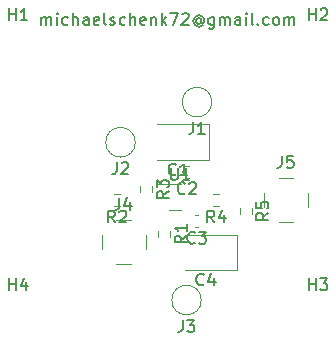
<source format=gbr>
G04 #@! TF.GenerationSoftware,KiCad,Pcbnew,(5.1.9-0-10_14)*
G04 #@! TF.CreationDate,2021-04-04T17:46:36+02:00*
G04 #@! TF.ProjectId,wson8,77736f6e-382e-46b6-9963-61645f706362,rev?*
G04 #@! TF.SameCoordinates,Original*
G04 #@! TF.FileFunction,Legend,Top*
G04 #@! TF.FilePolarity,Positive*
%FSLAX46Y46*%
G04 Gerber Fmt 4.6, Leading zero omitted, Abs format (unit mm)*
G04 Created by KiCad (PCBNEW (5.1.9-0-10_14)) date 2021-04-04 17:46:36*
%MOMM*%
%LPD*%
G01*
G04 APERTURE LIST*
%ADD10C,0.150000*%
%ADD11C,0.120000*%
G04 APERTURE END LIST*
D10*
X97235714Y-90622380D02*
X97235714Y-89955714D01*
X97235714Y-90050952D02*
X97283333Y-90003333D01*
X97378571Y-89955714D01*
X97521428Y-89955714D01*
X97616666Y-90003333D01*
X97664285Y-90098571D01*
X97664285Y-90622380D01*
X97664285Y-90098571D02*
X97711904Y-90003333D01*
X97807142Y-89955714D01*
X97950000Y-89955714D01*
X98045238Y-90003333D01*
X98092857Y-90098571D01*
X98092857Y-90622380D01*
X98569047Y-90622380D02*
X98569047Y-89955714D01*
X98569047Y-89622380D02*
X98521428Y-89670000D01*
X98569047Y-89717619D01*
X98616666Y-89670000D01*
X98569047Y-89622380D01*
X98569047Y-89717619D01*
X99473809Y-90574761D02*
X99378571Y-90622380D01*
X99188095Y-90622380D01*
X99092857Y-90574761D01*
X99045238Y-90527142D01*
X98997619Y-90431904D01*
X98997619Y-90146190D01*
X99045238Y-90050952D01*
X99092857Y-90003333D01*
X99188095Y-89955714D01*
X99378571Y-89955714D01*
X99473809Y-90003333D01*
X99902380Y-90622380D02*
X99902380Y-89622380D01*
X100330952Y-90622380D02*
X100330952Y-90098571D01*
X100283333Y-90003333D01*
X100188095Y-89955714D01*
X100045238Y-89955714D01*
X99950000Y-90003333D01*
X99902380Y-90050952D01*
X101235714Y-90622380D02*
X101235714Y-90098571D01*
X101188095Y-90003333D01*
X101092857Y-89955714D01*
X100902380Y-89955714D01*
X100807142Y-90003333D01*
X101235714Y-90574761D02*
X101140476Y-90622380D01*
X100902380Y-90622380D01*
X100807142Y-90574761D01*
X100759523Y-90479523D01*
X100759523Y-90384285D01*
X100807142Y-90289047D01*
X100902380Y-90241428D01*
X101140476Y-90241428D01*
X101235714Y-90193809D01*
X102092857Y-90574761D02*
X101997619Y-90622380D01*
X101807142Y-90622380D01*
X101711904Y-90574761D01*
X101664285Y-90479523D01*
X101664285Y-90098571D01*
X101711904Y-90003333D01*
X101807142Y-89955714D01*
X101997619Y-89955714D01*
X102092857Y-90003333D01*
X102140476Y-90098571D01*
X102140476Y-90193809D01*
X101664285Y-90289047D01*
X102711904Y-90622380D02*
X102616666Y-90574761D01*
X102569047Y-90479523D01*
X102569047Y-89622380D01*
X103045238Y-90574761D02*
X103140476Y-90622380D01*
X103330952Y-90622380D01*
X103426190Y-90574761D01*
X103473809Y-90479523D01*
X103473809Y-90431904D01*
X103426190Y-90336666D01*
X103330952Y-90289047D01*
X103188095Y-90289047D01*
X103092857Y-90241428D01*
X103045238Y-90146190D01*
X103045238Y-90098571D01*
X103092857Y-90003333D01*
X103188095Y-89955714D01*
X103330952Y-89955714D01*
X103426190Y-90003333D01*
X104330952Y-90574761D02*
X104235714Y-90622380D01*
X104045238Y-90622380D01*
X103950000Y-90574761D01*
X103902380Y-90527142D01*
X103854761Y-90431904D01*
X103854761Y-90146190D01*
X103902380Y-90050952D01*
X103950000Y-90003333D01*
X104045238Y-89955714D01*
X104235714Y-89955714D01*
X104330952Y-90003333D01*
X104759523Y-90622380D02*
X104759523Y-89622380D01*
X105188095Y-90622380D02*
X105188095Y-90098571D01*
X105140476Y-90003333D01*
X105045238Y-89955714D01*
X104902380Y-89955714D01*
X104807142Y-90003333D01*
X104759523Y-90050952D01*
X106045238Y-90574761D02*
X105950000Y-90622380D01*
X105759523Y-90622380D01*
X105664285Y-90574761D01*
X105616666Y-90479523D01*
X105616666Y-90098571D01*
X105664285Y-90003333D01*
X105759523Y-89955714D01*
X105950000Y-89955714D01*
X106045238Y-90003333D01*
X106092857Y-90098571D01*
X106092857Y-90193809D01*
X105616666Y-90289047D01*
X106521428Y-89955714D02*
X106521428Y-90622380D01*
X106521428Y-90050952D02*
X106569047Y-90003333D01*
X106664285Y-89955714D01*
X106807142Y-89955714D01*
X106902380Y-90003333D01*
X106950000Y-90098571D01*
X106950000Y-90622380D01*
X107426190Y-90622380D02*
X107426190Y-89622380D01*
X107521428Y-90241428D02*
X107807142Y-90622380D01*
X107807142Y-89955714D02*
X107426190Y-90336666D01*
X108140476Y-89622380D02*
X108807142Y-89622380D01*
X108378571Y-90622380D01*
X109140476Y-89717619D02*
X109188095Y-89670000D01*
X109283333Y-89622380D01*
X109521428Y-89622380D01*
X109616666Y-89670000D01*
X109664285Y-89717619D01*
X109711904Y-89812857D01*
X109711904Y-89908095D01*
X109664285Y-90050952D01*
X109092857Y-90622380D01*
X109711904Y-90622380D01*
X110759523Y-90146190D02*
X110711904Y-90098571D01*
X110616666Y-90050952D01*
X110521428Y-90050952D01*
X110426190Y-90098571D01*
X110378571Y-90146190D01*
X110330952Y-90241428D01*
X110330952Y-90336666D01*
X110378571Y-90431904D01*
X110426190Y-90479523D01*
X110521428Y-90527142D01*
X110616666Y-90527142D01*
X110711904Y-90479523D01*
X110759523Y-90431904D01*
X110759523Y-90050952D02*
X110759523Y-90431904D01*
X110807142Y-90479523D01*
X110854761Y-90479523D01*
X110950000Y-90431904D01*
X110997619Y-90336666D01*
X110997619Y-90098571D01*
X110902380Y-89955714D01*
X110759523Y-89860476D01*
X110569047Y-89812857D01*
X110378571Y-89860476D01*
X110235714Y-89955714D01*
X110140476Y-90098571D01*
X110092857Y-90289047D01*
X110140476Y-90479523D01*
X110235714Y-90622380D01*
X110378571Y-90717619D01*
X110569047Y-90765238D01*
X110759523Y-90717619D01*
X110902380Y-90622380D01*
X111854761Y-89955714D02*
X111854761Y-90765238D01*
X111807142Y-90860476D01*
X111759523Y-90908095D01*
X111664285Y-90955714D01*
X111521428Y-90955714D01*
X111426190Y-90908095D01*
X111854761Y-90574761D02*
X111759523Y-90622380D01*
X111569047Y-90622380D01*
X111473809Y-90574761D01*
X111426190Y-90527142D01*
X111378571Y-90431904D01*
X111378571Y-90146190D01*
X111426190Y-90050952D01*
X111473809Y-90003333D01*
X111569047Y-89955714D01*
X111759523Y-89955714D01*
X111854761Y-90003333D01*
X112330952Y-90622380D02*
X112330952Y-89955714D01*
X112330952Y-90050952D02*
X112378571Y-90003333D01*
X112473809Y-89955714D01*
X112616666Y-89955714D01*
X112711904Y-90003333D01*
X112759523Y-90098571D01*
X112759523Y-90622380D01*
X112759523Y-90098571D02*
X112807142Y-90003333D01*
X112902380Y-89955714D01*
X113045238Y-89955714D01*
X113140476Y-90003333D01*
X113188095Y-90098571D01*
X113188095Y-90622380D01*
X114092857Y-90622380D02*
X114092857Y-90098571D01*
X114045238Y-90003333D01*
X113950000Y-89955714D01*
X113759523Y-89955714D01*
X113664285Y-90003333D01*
X114092857Y-90574761D02*
X113997619Y-90622380D01*
X113759523Y-90622380D01*
X113664285Y-90574761D01*
X113616666Y-90479523D01*
X113616666Y-90384285D01*
X113664285Y-90289047D01*
X113759523Y-90241428D01*
X113997619Y-90241428D01*
X114092857Y-90193809D01*
X114569047Y-90622380D02*
X114569047Y-89955714D01*
X114569047Y-89622380D02*
X114521428Y-89670000D01*
X114569047Y-89717619D01*
X114616666Y-89670000D01*
X114569047Y-89622380D01*
X114569047Y-89717619D01*
X115188095Y-90622380D02*
X115092857Y-90574761D01*
X115045238Y-90479523D01*
X115045238Y-89622380D01*
X115569047Y-90527142D02*
X115616666Y-90574761D01*
X115569047Y-90622380D01*
X115521428Y-90574761D01*
X115569047Y-90527142D01*
X115569047Y-90622380D01*
X116473809Y-90574761D02*
X116378571Y-90622380D01*
X116188095Y-90622380D01*
X116092857Y-90574761D01*
X116045238Y-90527142D01*
X115997619Y-90431904D01*
X115997619Y-90146190D01*
X116045238Y-90050952D01*
X116092857Y-90003333D01*
X116188095Y-89955714D01*
X116378571Y-89955714D01*
X116473809Y-90003333D01*
X117045238Y-90622380D02*
X116950000Y-90574761D01*
X116902380Y-90527142D01*
X116854761Y-90431904D01*
X116854761Y-90146190D01*
X116902380Y-90050952D01*
X116950000Y-90003333D01*
X117045238Y-89955714D01*
X117188095Y-89955714D01*
X117283333Y-90003333D01*
X117330952Y-90050952D01*
X117378571Y-90146190D01*
X117378571Y-90431904D01*
X117330952Y-90527142D01*
X117283333Y-90574761D01*
X117188095Y-90622380D01*
X117045238Y-90622380D01*
X117807142Y-90622380D02*
X117807142Y-89955714D01*
X117807142Y-90050952D02*
X117854761Y-90003333D01*
X117950000Y-89955714D01*
X118092857Y-89955714D01*
X118188095Y-90003333D01*
X118235714Y-90098571D01*
X118235714Y-90622380D01*
X118235714Y-90098571D02*
X118283333Y-90003333D01*
X118378571Y-89955714D01*
X118521428Y-89955714D01*
X118616666Y-90003333D01*
X118664285Y-90098571D01*
X118664285Y-90622380D01*
D11*
X115076500Y-106118576D02*
X115076500Y-106628024D01*
X114031500Y-106118576D02*
X114031500Y-106628024D01*
X112292224Y-105983300D02*
X111782776Y-105983300D01*
X112292224Y-104938300D02*
X111782776Y-104938300D01*
X106643700Y-104293576D02*
X106643700Y-104803024D01*
X105598700Y-104293576D02*
X105598700Y-104803024D01*
X103888624Y-105983300D02*
X103379176Y-105983300D01*
X103888624Y-104938300D02*
X103379176Y-104938300D01*
X108167700Y-108048976D02*
X108167700Y-108558424D01*
X107122700Y-108048976D02*
X107122700Y-108558424D01*
X119827600Y-106080800D02*
X119827600Y-104840800D01*
X116087600Y-106080800D02*
X116087600Y-104840800D01*
X118577600Y-103590800D02*
X117337600Y-103590800D01*
X118577600Y-107330800D02*
X117337600Y-107330800D01*
X106086200Y-109636800D02*
X106086200Y-108396800D01*
X102346200Y-109636800D02*
X102346200Y-108396800D01*
X104836200Y-107146800D02*
X103596200Y-107146800D01*
X104836200Y-110886800D02*
X103596200Y-110886800D01*
X110775800Y-113919000D02*
G75*
G03*
X110775800Y-113919000I-1251000J0D01*
G01*
X105187800Y-100558600D02*
G75*
G03*
X105187800Y-100558600I-1251000J0D01*
G01*
X111664800Y-97155000D02*
G75*
G03*
X111664800Y-97155000I-1251000J0D01*
G01*
X109401000Y-111390400D02*
X113786000Y-111390400D01*
X113786000Y-111390400D02*
X113786000Y-108370400D01*
X113786000Y-108370400D02*
X109401000Y-108370400D01*
X110533567Y-107774200D02*
X110241033Y-107774200D01*
X110533567Y-106754200D02*
X110241033Y-106754200D01*
X109695367Y-103583200D02*
X109402833Y-103583200D01*
X109695367Y-102563200D02*
X109402833Y-102563200D01*
X107038800Y-102068600D02*
X111423800Y-102068600D01*
X111423800Y-102068600D02*
X111423800Y-99048600D01*
X111423800Y-99048600D02*
X107038800Y-99048600D01*
X107085000Y-104086800D02*
X109085000Y-104086800D01*
X109085000Y-106326800D02*
X108085000Y-106326800D01*
D10*
X116436380Y-106539966D02*
X115960190Y-106873300D01*
X116436380Y-107111395D02*
X115436380Y-107111395D01*
X115436380Y-106730442D01*
X115484000Y-106635204D01*
X115531619Y-106587585D01*
X115626857Y-106539966D01*
X115769714Y-106539966D01*
X115864952Y-106587585D01*
X115912571Y-106635204D01*
X115960190Y-106730442D01*
X115960190Y-107111395D01*
X115436380Y-105635204D02*
X115436380Y-106111395D01*
X115912571Y-106159014D01*
X115864952Y-106111395D01*
X115817333Y-106016157D01*
X115817333Y-105778061D01*
X115864952Y-105682823D01*
X115912571Y-105635204D01*
X116007809Y-105587585D01*
X116245904Y-105587585D01*
X116341142Y-105635204D01*
X116388761Y-105682823D01*
X116436380Y-105778061D01*
X116436380Y-106016157D01*
X116388761Y-106111395D01*
X116341142Y-106159014D01*
X111870833Y-107343180D02*
X111537500Y-106866990D01*
X111299404Y-107343180D02*
X111299404Y-106343180D01*
X111680357Y-106343180D01*
X111775595Y-106390800D01*
X111823214Y-106438419D01*
X111870833Y-106533657D01*
X111870833Y-106676514D01*
X111823214Y-106771752D01*
X111775595Y-106819371D01*
X111680357Y-106866990D01*
X111299404Y-106866990D01*
X112727976Y-106676514D02*
X112727976Y-107343180D01*
X112489880Y-106295561D02*
X112251785Y-107009847D01*
X112870833Y-107009847D01*
X108003580Y-104714966D02*
X107527390Y-105048300D01*
X108003580Y-105286395D02*
X107003580Y-105286395D01*
X107003580Y-104905442D01*
X107051200Y-104810204D01*
X107098819Y-104762585D01*
X107194057Y-104714966D01*
X107336914Y-104714966D01*
X107432152Y-104762585D01*
X107479771Y-104810204D01*
X107527390Y-104905442D01*
X107527390Y-105286395D01*
X107003580Y-104381633D02*
X107003580Y-103762585D01*
X107384533Y-104095919D01*
X107384533Y-103953061D01*
X107432152Y-103857823D01*
X107479771Y-103810204D01*
X107575009Y-103762585D01*
X107813104Y-103762585D01*
X107908342Y-103810204D01*
X107955961Y-103857823D01*
X108003580Y-103953061D01*
X108003580Y-104238776D01*
X107955961Y-104334014D01*
X107908342Y-104381633D01*
X103467233Y-107343180D02*
X103133900Y-106866990D01*
X102895804Y-107343180D02*
X102895804Y-106343180D01*
X103276757Y-106343180D01*
X103371995Y-106390800D01*
X103419614Y-106438419D01*
X103467233Y-106533657D01*
X103467233Y-106676514D01*
X103419614Y-106771752D01*
X103371995Y-106819371D01*
X103276757Y-106866990D01*
X102895804Y-106866990D01*
X103848185Y-106438419D02*
X103895804Y-106390800D01*
X103991042Y-106343180D01*
X104229138Y-106343180D01*
X104324376Y-106390800D01*
X104371995Y-106438419D01*
X104419614Y-106533657D01*
X104419614Y-106628895D01*
X104371995Y-106771752D01*
X103800566Y-107343180D01*
X104419614Y-107343180D01*
X109527580Y-108470366D02*
X109051390Y-108803700D01*
X109527580Y-109041795D02*
X108527580Y-109041795D01*
X108527580Y-108660842D01*
X108575200Y-108565604D01*
X108622819Y-108517985D01*
X108718057Y-108470366D01*
X108860914Y-108470366D01*
X108956152Y-108517985D01*
X109003771Y-108565604D01*
X109051390Y-108660842D01*
X109051390Y-109041795D01*
X109527580Y-107517985D02*
X109527580Y-108089414D01*
X109527580Y-107803700D02*
X108527580Y-107803700D01*
X108670438Y-107898938D01*
X108765676Y-107994176D01*
X108813295Y-108089414D01*
X117584266Y-101713180D02*
X117584266Y-102427466D01*
X117536647Y-102570323D01*
X117441409Y-102665561D01*
X117298552Y-102713180D01*
X117203314Y-102713180D01*
X118536647Y-101713180D02*
X118060457Y-101713180D01*
X118012838Y-102189371D01*
X118060457Y-102141752D01*
X118155695Y-102094133D01*
X118393790Y-102094133D01*
X118489028Y-102141752D01*
X118536647Y-102189371D01*
X118584266Y-102284609D01*
X118584266Y-102522704D01*
X118536647Y-102617942D01*
X118489028Y-102665561D01*
X118393790Y-102713180D01*
X118155695Y-102713180D01*
X118060457Y-102665561D01*
X118012838Y-102617942D01*
X103842866Y-105269180D02*
X103842866Y-105983466D01*
X103795247Y-106126323D01*
X103700009Y-106221561D01*
X103557152Y-106269180D01*
X103461914Y-106269180D01*
X104747628Y-105602514D02*
X104747628Y-106269180D01*
X104509533Y-105221561D02*
X104271438Y-105935847D01*
X104890485Y-105935847D01*
X109191466Y-115621380D02*
X109191466Y-116335666D01*
X109143847Y-116478523D01*
X109048609Y-116573761D01*
X108905752Y-116621380D01*
X108810514Y-116621380D01*
X109572419Y-115621380D02*
X110191466Y-115621380D01*
X109858133Y-116002333D01*
X110000990Y-116002333D01*
X110096228Y-116049952D01*
X110143847Y-116097571D01*
X110191466Y-116192809D01*
X110191466Y-116430904D01*
X110143847Y-116526142D01*
X110096228Y-116573761D01*
X110000990Y-116621380D01*
X109715276Y-116621380D01*
X109620038Y-116573761D01*
X109572419Y-116526142D01*
X103603466Y-102260980D02*
X103603466Y-102975266D01*
X103555847Y-103118123D01*
X103460609Y-103213361D01*
X103317752Y-103260980D01*
X103222514Y-103260980D01*
X104032038Y-102356219D02*
X104079657Y-102308600D01*
X104174895Y-102260980D01*
X104412990Y-102260980D01*
X104508228Y-102308600D01*
X104555847Y-102356219D01*
X104603466Y-102451457D01*
X104603466Y-102546695D01*
X104555847Y-102689552D01*
X103984419Y-103260980D01*
X104603466Y-103260980D01*
X110080466Y-98857380D02*
X110080466Y-99571666D01*
X110032847Y-99714523D01*
X109937609Y-99809761D01*
X109794752Y-99857380D01*
X109699514Y-99857380D01*
X111080466Y-99857380D02*
X110509038Y-99857380D01*
X110794752Y-99857380D02*
X110794752Y-98857380D01*
X110699514Y-99000238D01*
X110604276Y-99095476D01*
X110509038Y-99143095D01*
X94488095Y-113092380D02*
X94488095Y-112092380D01*
X94488095Y-112568571D02*
X95059523Y-112568571D01*
X95059523Y-113092380D02*
X95059523Y-112092380D01*
X95964285Y-112425714D02*
X95964285Y-113092380D01*
X95726190Y-112044761D02*
X95488095Y-112759047D01*
X96107142Y-112759047D01*
X119888095Y-113092380D02*
X119888095Y-112092380D01*
X119888095Y-112568571D02*
X120459523Y-112568571D01*
X120459523Y-113092380D02*
X120459523Y-112092380D01*
X120840476Y-112092380D02*
X121459523Y-112092380D01*
X121126190Y-112473333D01*
X121269047Y-112473333D01*
X121364285Y-112520952D01*
X121411904Y-112568571D01*
X121459523Y-112663809D01*
X121459523Y-112901904D01*
X121411904Y-112997142D01*
X121364285Y-113044761D01*
X121269047Y-113092380D01*
X120983333Y-113092380D01*
X120888095Y-113044761D01*
X120840476Y-112997142D01*
X119888095Y-90232380D02*
X119888095Y-89232380D01*
X119888095Y-89708571D02*
X120459523Y-89708571D01*
X120459523Y-90232380D02*
X120459523Y-89232380D01*
X120888095Y-89327619D02*
X120935714Y-89280000D01*
X121030952Y-89232380D01*
X121269047Y-89232380D01*
X121364285Y-89280000D01*
X121411904Y-89327619D01*
X121459523Y-89422857D01*
X121459523Y-89518095D01*
X121411904Y-89660952D01*
X120840476Y-90232380D01*
X121459523Y-90232380D01*
X94488095Y-90232380D02*
X94488095Y-89232380D01*
X94488095Y-89708571D02*
X95059523Y-89708571D01*
X95059523Y-90232380D02*
X95059523Y-89232380D01*
X96059523Y-90232380D02*
X95488095Y-90232380D01*
X95773809Y-90232380D02*
X95773809Y-89232380D01*
X95678571Y-89375238D01*
X95583333Y-89470476D01*
X95488095Y-89518095D01*
X110984333Y-112587542D02*
X110936714Y-112635161D01*
X110793857Y-112682780D01*
X110698619Y-112682780D01*
X110555761Y-112635161D01*
X110460523Y-112539923D01*
X110412904Y-112444685D01*
X110365285Y-112254209D01*
X110365285Y-112111352D01*
X110412904Y-111920876D01*
X110460523Y-111825638D01*
X110555761Y-111730400D01*
X110698619Y-111682780D01*
X110793857Y-111682780D01*
X110936714Y-111730400D01*
X110984333Y-111778019D01*
X111841476Y-112016114D02*
X111841476Y-112682780D01*
X111603380Y-111635161D02*
X111365285Y-112349447D01*
X111984333Y-112349447D01*
X110220633Y-109051342D02*
X110173014Y-109098961D01*
X110030157Y-109146580D01*
X109934919Y-109146580D01*
X109792061Y-109098961D01*
X109696823Y-109003723D01*
X109649204Y-108908485D01*
X109601585Y-108718009D01*
X109601585Y-108575152D01*
X109649204Y-108384676D01*
X109696823Y-108289438D01*
X109792061Y-108194200D01*
X109934919Y-108146580D01*
X110030157Y-108146580D01*
X110173014Y-108194200D01*
X110220633Y-108241819D01*
X110553966Y-108146580D02*
X111173014Y-108146580D01*
X110839680Y-108527533D01*
X110982538Y-108527533D01*
X111077776Y-108575152D01*
X111125395Y-108622771D01*
X111173014Y-108718009D01*
X111173014Y-108956104D01*
X111125395Y-109051342D01*
X111077776Y-109098961D01*
X110982538Y-109146580D01*
X110696823Y-109146580D01*
X110601585Y-109098961D01*
X110553966Y-109051342D01*
X109382433Y-104860342D02*
X109334814Y-104907961D01*
X109191957Y-104955580D01*
X109096719Y-104955580D01*
X108953861Y-104907961D01*
X108858623Y-104812723D01*
X108811004Y-104717485D01*
X108763385Y-104527009D01*
X108763385Y-104384152D01*
X108811004Y-104193676D01*
X108858623Y-104098438D01*
X108953861Y-104003200D01*
X109096719Y-103955580D01*
X109191957Y-103955580D01*
X109334814Y-104003200D01*
X109382433Y-104050819D01*
X109763385Y-104050819D02*
X109811004Y-104003200D01*
X109906242Y-103955580D01*
X110144338Y-103955580D01*
X110239576Y-104003200D01*
X110287195Y-104050819D01*
X110334814Y-104146057D01*
X110334814Y-104241295D01*
X110287195Y-104384152D01*
X109715766Y-104955580D01*
X110334814Y-104955580D01*
X108622133Y-103265742D02*
X108574514Y-103313361D01*
X108431657Y-103360980D01*
X108336419Y-103360980D01*
X108193561Y-103313361D01*
X108098323Y-103218123D01*
X108050704Y-103122885D01*
X108003085Y-102932409D01*
X108003085Y-102789552D01*
X108050704Y-102599076D01*
X108098323Y-102503838D01*
X108193561Y-102408600D01*
X108336419Y-102360980D01*
X108431657Y-102360980D01*
X108574514Y-102408600D01*
X108622133Y-102456219D01*
X109574514Y-103360980D02*
X109003085Y-103360980D01*
X109288800Y-103360980D02*
X109288800Y-102360980D01*
X109193561Y-102503838D01*
X109098323Y-102599076D01*
X109003085Y-102646695D01*
X108203095Y-102759180D02*
X108203095Y-103568704D01*
X108250714Y-103663942D01*
X108298333Y-103711561D01*
X108393571Y-103759180D01*
X108584047Y-103759180D01*
X108679285Y-103711561D01*
X108726904Y-103663942D01*
X108774523Y-103568704D01*
X108774523Y-102759180D01*
X109774523Y-103759180D02*
X109203095Y-103759180D01*
X109488809Y-103759180D02*
X109488809Y-102759180D01*
X109393571Y-102902038D01*
X109298333Y-102997276D01*
X109203095Y-103044895D01*
M02*

</source>
